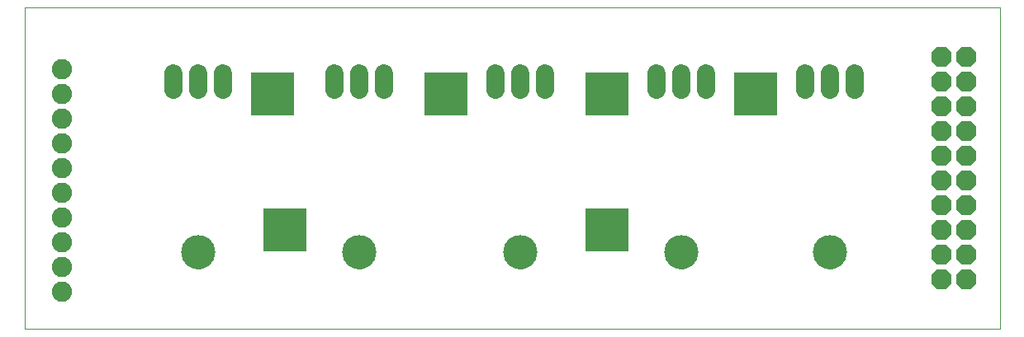
<source format=gbs>
G75*
%MOIN*%
%OFA0B0*%
%FSLAX24Y24*%
%IPPOS*%
%LPD*%
%AMOC8*
5,1,8,0,0,1.08239X$1,22.5*
%
%ADD10C,0.0000*%
%ADD11C,0.0740*%
%ADD12C,0.1380*%
%ADD13OC8,0.0820*%
%ADD14C,0.0820*%
%ADD15R,0.1740X0.1740*%
D10*
X000180Y000180D02*
X000180Y013176D01*
X039550Y013176D01*
X039550Y000180D01*
X000180Y000180D01*
X006530Y003280D02*
X006532Y003330D01*
X006538Y003380D01*
X006548Y003430D01*
X006561Y003478D01*
X006578Y003526D01*
X006599Y003572D01*
X006623Y003616D01*
X006651Y003658D01*
X006682Y003698D01*
X006716Y003735D01*
X006753Y003770D01*
X006792Y003801D01*
X006833Y003830D01*
X006877Y003855D01*
X006923Y003877D01*
X006970Y003895D01*
X007018Y003909D01*
X007067Y003920D01*
X007117Y003927D01*
X007167Y003930D01*
X007218Y003929D01*
X007268Y003924D01*
X007318Y003915D01*
X007366Y003903D01*
X007414Y003886D01*
X007460Y003866D01*
X007505Y003843D01*
X007548Y003816D01*
X007588Y003786D01*
X007626Y003753D01*
X007661Y003717D01*
X007694Y003678D01*
X007723Y003637D01*
X007749Y003594D01*
X007772Y003549D01*
X007791Y003502D01*
X007806Y003454D01*
X007818Y003405D01*
X007826Y003355D01*
X007830Y003305D01*
X007830Y003255D01*
X007826Y003205D01*
X007818Y003155D01*
X007806Y003106D01*
X007791Y003058D01*
X007772Y003011D01*
X007749Y002966D01*
X007723Y002923D01*
X007694Y002882D01*
X007661Y002843D01*
X007626Y002807D01*
X007588Y002774D01*
X007548Y002744D01*
X007505Y002717D01*
X007460Y002694D01*
X007414Y002674D01*
X007366Y002657D01*
X007318Y002645D01*
X007268Y002636D01*
X007218Y002631D01*
X007167Y002630D01*
X007117Y002633D01*
X007067Y002640D01*
X007018Y002651D01*
X006970Y002665D01*
X006923Y002683D01*
X006877Y002705D01*
X006833Y002730D01*
X006792Y002759D01*
X006753Y002790D01*
X006716Y002825D01*
X006682Y002862D01*
X006651Y002902D01*
X006623Y002944D01*
X006599Y002988D01*
X006578Y003034D01*
X006561Y003082D01*
X006548Y003130D01*
X006538Y003180D01*
X006532Y003230D01*
X006530Y003280D01*
X013030Y003280D02*
X013032Y003330D01*
X013038Y003380D01*
X013048Y003430D01*
X013061Y003478D01*
X013078Y003526D01*
X013099Y003572D01*
X013123Y003616D01*
X013151Y003658D01*
X013182Y003698D01*
X013216Y003735D01*
X013253Y003770D01*
X013292Y003801D01*
X013333Y003830D01*
X013377Y003855D01*
X013423Y003877D01*
X013470Y003895D01*
X013518Y003909D01*
X013567Y003920D01*
X013617Y003927D01*
X013667Y003930D01*
X013718Y003929D01*
X013768Y003924D01*
X013818Y003915D01*
X013866Y003903D01*
X013914Y003886D01*
X013960Y003866D01*
X014005Y003843D01*
X014048Y003816D01*
X014088Y003786D01*
X014126Y003753D01*
X014161Y003717D01*
X014194Y003678D01*
X014223Y003637D01*
X014249Y003594D01*
X014272Y003549D01*
X014291Y003502D01*
X014306Y003454D01*
X014318Y003405D01*
X014326Y003355D01*
X014330Y003305D01*
X014330Y003255D01*
X014326Y003205D01*
X014318Y003155D01*
X014306Y003106D01*
X014291Y003058D01*
X014272Y003011D01*
X014249Y002966D01*
X014223Y002923D01*
X014194Y002882D01*
X014161Y002843D01*
X014126Y002807D01*
X014088Y002774D01*
X014048Y002744D01*
X014005Y002717D01*
X013960Y002694D01*
X013914Y002674D01*
X013866Y002657D01*
X013818Y002645D01*
X013768Y002636D01*
X013718Y002631D01*
X013667Y002630D01*
X013617Y002633D01*
X013567Y002640D01*
X013518Y002651D01*
X013470Y002665D01*
X013423Y002683D01*
X013377Y002705D01*
X013333Y002730D01*
X013292Y002759D01*
X013253Y002790D01*
X013216Y002825D01*
X013182Y002862D01*
X013151Y002902D01*
X013123Y002944D01*
X013099Y002988D01*
X013078Y003034D01*
X013061Y003082D01*
X013048Y003130D01*
X013038Y003180D01*
X013032Y003230D01*
X013030Y003280D01*
X019530Y003280D02*
X019532Y003330D01*
X019538Y003380D01*
X019548Y003430D01*
X019561Y003478D01*
X019578Y003526D01*
X019599Y003572D01*
X019623Y003616D01*
X019651Y003658D01*
X019682Y003698D01*
X019716Y003735D01*
X019753Y003770D01*
X019792Y003801D01*
X019833Y003830D01*
X019877Y003855D01*
X019923Y003877D01*
X019970Y003895D01*
X020018Y003909D01*
X020067Y003920D01*
X020117Y003927D01*
X020167Y003930D01*
X020218Y003929D01*
X020268Y003924D01*
X020318Y003915D01*
X020366Y003903D01*
X020414Y003886D01*
X020460Y003866D01*
X020505Y003843D01*
X020548Y003816D01*
X020588Y003786D01*
X020626Y003753D01*
X020661Y003717D01*
X020694Y003678D01*
X020723Y003637D01*
X020749Y003594D01*
X020772Y003549D01*
X020791Y003502D01*
X020806Y003454D01*
X020818Y003405D01*
X020826Y003355D01*
X020830Y003305D01*
X020830Y003255D01*
X020826Y003205D01*
X020818Y003155D01*
X020806Y003106D01*
X020791Y003058D01*
X020772Y003011D01*
X020749Y002966D01*
X020723Y002923D01*
X020694Y002882D01*
X020661Y002843D01*
X020626Y002807D01*
X020588Y002774D01*
X020548Y002744D01*
X020505Y002717D01*
X020460Y002694D01*
X020414Y002674D01*
X020366Y002657D01*
X020318Y002645D01*
X020268Y002636D01*
X020218Y002631D01*
X020167Y002630D01*
X020117Y002633D01*
X020067Y002640D01*
X020018Y002651D01*
X019970Y002665D01*
X019923Y002683D01*
X019877Y002705D01*
X019833Y002730D01*
X019792Y002759D01*
X019753Y002790D01*
X019716Y002825D01*
X019682Y002862D01*
X019651Y002902D01*
X019623Y002944D01*
X019599Y002988D01*
X019578Y003034D01*
X019561Y003082D01*
X019548Y003130D01*
X019538Y003180D01*
X019532Y003230D01*
X019530Y003280D01*
X026030Y003280D02*
X026032Y003330D01*
X026038Y003380D01*
X026048Y003430D01*
X026061Y003478D01*
X026078Y003526D01*
X026099Y003572D01*
X026123Y003616D01*
X026151Y003658D01*
X026182Y003698D01*
X026216Y003735D01*
X026253Y003770D01*
X026292Y003801D01*
X026333Y003830D01*
X026377Y003855D01*
X026423Y003877D01*
X026470Y003895D01*
X026518Y003909D01*
X026567Y003920D01*
X026617Y003927D01*
X026667Y003930D01*
X026718Y003929D01*
X026768Y003924D01*
X026818Y003915D01*
X026866Y003903D01*
X026914Y003886D01*
X026960Y003866D01*
X027005Y003843D01*
X027048Y003816D01*
X027088Y003786D01*
X027126Y003753D01*
X027161Y003717D01*
X027194Y003678D01*
X027223Y003637D01*
X027249Y003594D01*
X027272Y003549D01*
X027291Y003502D01*
X027306Y003454D01*
X027318Y003405D01*
X027326Y003355D01*
X027330Y003305D01*
X027330Y003255D01*
X027326Y003205D01*
X027318Y003155D01*
X027306Y003106D01*
X027291Y003058D01*
X027272Y003011D01*
X027249Y002966D01*
X027223Y002923D01*
X027194Y002882D01*
X027161Y002843D01*
X027126Y002807D01*
X027088Y002774D01*
X027048Y002744D01*
X027005Y002717D01*
X026960Y002694D01*
X026914Y002674D01*
X026866Y002657D01*
X026818Y002645D01*
X026768Y002636D01*
X026718Y002631D01*
X026667Y002630D01*
X026617Y002633D01*
X026567Y002640D01*
X026518Y002651D01*
X026470Y002665D01*
X026423Y002683D01*
X026377Y002705D01*
X026333Y002730D01*
X026292Y002759D01*
X026253Y002790D01*
X026216Y002825D01*
X026182Y002862D01*
X026151Y002902D01*
X026123Y002944D01*
X026099Y002988D01*
X026078Y003034D01*
X026061Y003082D01*
X026048Y003130D01*
X026038Y003180D01*
X026032Y003230D01*
X026030Y003280D01*
X032030Y003280D02*
X032032Y003330D01*
X032038Y003380D01*
X032048Y003430D01*
X032061Y003478D01*
X032078Y003526D01*
X032099Y003572D01*
X032123Y003616D01*
X032151Y003658D01*
X032182Y003698D01*
X032216Y003735D01*
X032253Y003770D01*
X032292Y003801D01*
X032333Y003830D01*
X032377Y003855D01*
X032423Y003877D01*
X032470Y003895D01*
X032518Y003909D01*
X032567Y003920D01*
X032617Y003927D01*
X032667Y003930D01*
X032718Y003929D01*
X032768Y003924D01*
X032818Y003915D01*
X032866Y003903D01*
X032914Y003886D01*
X032960Y003866D01*
X033005Y003843D01*
X033048Y003816D01*
X033088Y003786D01*
X033126Y003753D01*
X033161Y003717D01*
X033194Y003678D01*
X033223Y003637D01*
X033249Y003594D01*
X033272Y003549D01*
X033291Y003502D01*
X033306Y003454D01*
X033318Y003405D01*
X033326Y003355D01*
X033330Y003305D01*
X033330Y003255D01*
X033326Y003205D01*
X033318Y003155D01*
X033306Y003106D01*
X033291Y003058D01*
X033272Y003011D01*
X033249Y002966D01*
X033223Y002923D01*
X033194Y002882D01*
X033161Y002843D01*
X033126Y002807D01*
X033088Y002774D01*
X033048Y002744D01*
X033005Y002717D01*
X032960Y002694D01*
X032914Y002674D01*
X032866Y002657D01*
X032818Y002645D01*
X032768Y002636D01*
X032718Y002631D01*
X032667Y002630D01*
X032617Y002633D01*
X032567Y002640D01*
X032518Y002651D01*
X032470Y002665D01*
X032423Y002683D01*
X032377Y002705D01*
X032333Y002730D01*
X032292Y002759D01*
X032253Y002790D01*
X032216Y002825D01*
X032182Y002862D01*
X032151Y002902D01*
X032123Y002944D01*
X032099Y002988D01*
X032078Y003034D01*
X032061Y003082D01*
X032048Y003130D01*
X032038Y003180D01*
X032032Y003230D01*
X032030Y003280D01*
D11*
X031680Y009850D02*
X031680Y010510D01*
X032680Y010510D02*
X032680Y009850D01*
X033680Y009850D02*
X033680Y010510D01*
X027680Y010510D02*
X027680Y009850D01*
X026680Y009850D02*
X026680Y010510D01*
X025680Y010510D02*
X025680Y009850D01*
X021180Y009850D02*
X021180Y010510D01*
X020180Y010510D02*
X020180Y009850D01*
X019180Y009850D02*
X019180Y010510D01*
X014680Y010510D02*
X014680Y009850D01*
X013680Y009850D02*
X013680Y010510D01*
X012680Y010510D02*
X012680Y009850D01*
X008180Y009850D02*
X008180Y010510D01*
X007180Y010510D02*
X007180Y009850D01*
X006180Y009850D02*
X006180Y010510D01*
D12*
X007180Y003280D03*
X013680Y003280D03*
X020180Y003280D03*
X026680Y003280D03*
X032680Y003280D03*
D13*
X037180Y003180D03*
X038180Y003180D03*
X038180Y002180D03*
X037180Y002180D03*
X037180Y004180D03*
X038180Y004180D03*
X038180Y005180D03*
X037180Y005180D03*
X037180Y006180D03*
X038180Y006180D03*
X038180Y007180D03*
X037180Y007180D03*
X037180Y008180D03*
X038180Y008180D03*
X038180Y009180D03*
X037180Y009180D03*
X037180Y010180D03*
X038180Y010180D03*
X038180Y011180D03*
X037180Y011180D03*
D14*
X001680Y010680D03*
X001680Y009680D03*
X001680Y008680D03*
X001680Y007680D03*
X001680Y006680D03*
X001680Y005680D03*
X001680Y004680D03*
X001680Y003680D03*
X001680Y002680D03*
X001680Y001680D03*
D15*
X010680Y004180D03*
X023680Y004180D03*
X023680Y009680D03*
X029680Y009680D03*
X017180Y009680D03*
X010180Y009680D03*
M02*

</source>
